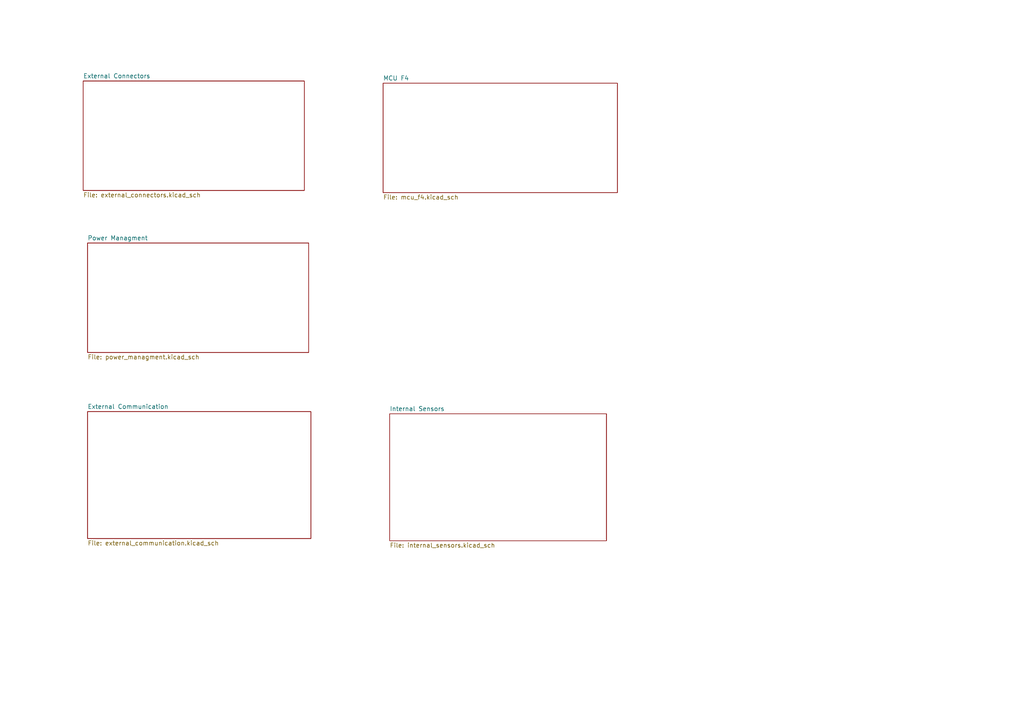
<source format=kicad_sch>
(kicad_sch (version 20211123) (generator eeschema)
  (paper "A4")
  (lib_symbols)
  (sheet (at 24.13 23.495) (size 64.135 31.75) (stroke (width 0.1524))
    (property "Sheet name" "External Connectors" (at 24.13 22.7834 0) (effects (justify left bottom)))
    (property "Sheet file" "external_connectors.kicad_sch" (at 24.13 55.8296 0) (effects (justify left top)))
  )
  (sheet (at 25.4 119.38) (size 64.77 36.83) (stroke (width 0.1524))
    (property "Sheet name" "External Communication" (at 25.4 118.6684 0) (effects (justify left bottom)))
    (property "Sheet file" "external_communication.kicad_sch" (at 25.4 156.7946 0) (effects (justify left top)))
  )
  (sheet (at 113.03 120.015) (size 62.865 36.83) (stroke (width 0.1524))
    (property "Sheet name" "Internal Sensors" (at 113.03 119.3034 0) (effects (justify left bottom)))
    (property "Sheet file" "internal_sensors.kicad_sch" (at 113.03 157.4296 0) (effects (justify left top)))
  )
  (sheet (at 111.125 24.13) (size 67.945 31.75) (stroke (width 0.1524))
    (property "Sheet name" "MCU F4" (at 111.125 23.4184 0) (effects (justify left bottom)))
    (property "Sheet file" "mcu_f4.kicad_sch" (at 111.125 56.4646 0) (effects (justify left top)))
  )
  (sheet (at 25.4 70.485) (size 64.135 31.75) (stroke (width 0.1524))
    (property "Sheet name" "Power Managment" (at 25.4 69.7734 0) (effects (justify left bottom)))
    (property "Sheet file" "power_managment.kicad_sch" (at 25.4 102.8196 0) (effects (justify left top)))
  )
)
</source>
